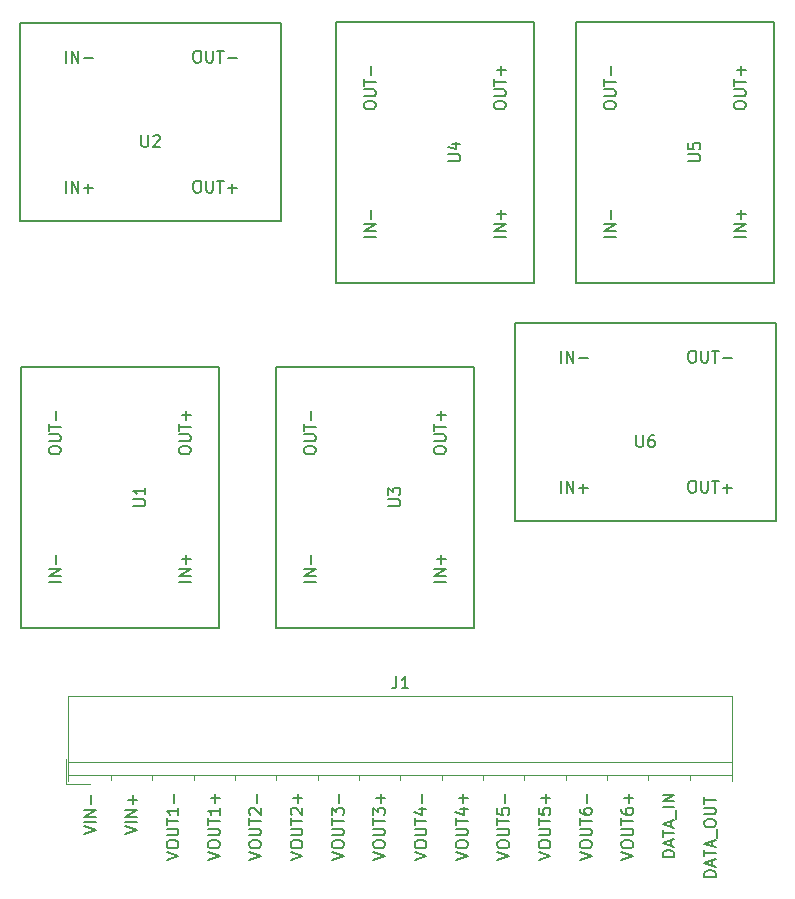
<source format=gto>
%TF.GenerationSoftware,KiCad,Pcbnew,4.0.1-stable*%
%TF.CreationDate,2017-10-10T15:11:44-05:00*%
%TF.ProjectId,PowerBox,506F776572426F782E6B696361645F70,rev?*%
%TF.FileFunction,Legend,Top*%
%FSLAX46Y46*%
G04 Gerber Fmt 4.6, Leading zero omitted, Abs format (unit mm)*
G04 Created by KiCad (PCBNEW 4.0.1-stable) date 10/10/2017 3:11:44 PM*
%MOMM*%
G01*
G04 APERTURE LIST*
%ADD10C,0.100000*%
%ADD11C,0.120000*%
%ADD12C,0.150000*%
G04 APERTURE END LIST*
D10*
D11*
X108640000Y-116400000D02*
X164840000Y-116400000D01*
X108640000Y-117500000D02*
X164840000Y-117500000D01*
X108640000Y-118000000D02*
X108640000Y-110800000D01*
X108640000Y-110800000D02*
X164840000Y-110800000D01*
X164840000Y-110800000D02*
X164840000Y-118000000D01*
X112240000Y-117500000D02*
X112240000Y-117900000D01*
X115740000Y-117500000D02*
X115740000Y-117900000D01*
X119240000Y-117500000D02*
X119240000Y-117900000D01*
X122740000Y-117500000D02*
X122740000Y-117900000D01*
X126240000Y-117500000D02*
X126240000Y-117900000D01*
X129740000Y-117500000D02*
X129740000Y-117900000D01*
X133240000Y-117500000D02*
X133240000Y-117900000D01*
X136740000Y-117500000D02*
X136740000Y-117900000D01*
X140240000Y-117500000D02*
X140240000Y-117900000D01*
X143740000Y-117500000D02*
X143740000Y-117900000D01*
X147240000Y-117500000D02*
X147240000Y-117900000D01*
X150740000Y-117500000D02*
X150740000Y-117900000D01*
X154240000Y-117500000D02*
X154240000Y-117900000D01*
X157740000Y-117500000D02*
X157740000Y-117900000D01*
X161240000Y-117500000D02*
X161240000Y-117900000D01*
X108400000Y-116150000D02*
X108400000Y-118240000D01*
X108400000Y-118240000D02*
X110490000Y-118240000D01*
D12*
X104648000Y-82931000D02*
X121412000Y-82931000D01*
X121412000Y-82931000D02*
X121412000Y-105029000D01*
X121412000Y-105029000D02*
X104648000Y-105029000D01*
X104648000Y-105029000D02*
X104648000Y-82931000D01*
X126619000Y-53848000D02*
X126619000Y-70612000D01*
X126619000Y-70612000D02*
X104521000Y-70612000D01*
X104521000Y-70612000D02*
X104521000Y-53848000D01*
X104521000Y-53848000D02*
X126619000Y-53848000D01*
X126238000Y-82931000D02*
X143002000Y-82931000D01*
X143002000Y-82931000D02*
X143002000Y-105029000D01*
X143002000Y-105029000D02*
X126238000Y-105029000D01*
X126238000Y-105029000D02*
X126238000Y-82931000D01*
X131318000Y-53721000D02*
X148082000Y-53721000D01*
X148082000Y-53721000D02*
X148082000Y-75819000D01*
X148082000Y-75819000D02*
X131318000Y-75819000D01*
X131318000Y-75819000D02*
X131318000Y-53721000D01*
X151638000Y-53721000D02*
X168402000Y-53721000D01*
X168402000Y-53721000D02*
X168402000Y-75819000D01*
X168402000Y-75819000D02*
X151638000Y-75819000D01*
X151638000Y-75819000D02*
X151638000Y-53721000D01*
X168529000Y-79248000D02*
X168529000Y-96012000D01*
X168529000Y-96012000D02*
X146431000Y-96012000D01*
X146431000Y-96012000D02*
X146431000Y-79248000D01*
X146431000Y-79248000D02*
X168529000Y-79248000D01*
X136406667Y-109152381D02*
X136406667Y-109866667D01*
X136359047Y-110009524D01*
X136263809Y-110104762D01*
X136120952Y-110152381D01*
X136025714Y-110152381D01*
X137406667Y-110152381D02*
X136835238Y-110152381D01*
X137120952Y-110152381D02*
X137120952Y-109152381D01*
X137025714Y-109295238D01*
X136930476Y-109390476D01*
X136835238Y-109438095D01*
X148442381Y-124657143D02*
X149442381Y-124323810D01*
X148442381Y-123990476D01*
X148442381Y-123466667D02*
X148442381Y-123276190D01*
X148490000Y-123180952D01*
X148585238Y-123085714D01*
X148775714Y-123038095D01*
X149109048Y-123038095D01*
X149299524Y-123085714D01*
X149394762Y-123180952D01*
X149442381Y-123276190D01*
X149442381Y-123466667D01*
X149394762Y-123561905D01*
X149299524Y-123657143D01*
X149109048Y-123704762D01*
X148775714Y-123704762D01*
X148585238Y-123657143D01*
X148490000Y-123561905D01*
X148442381Y-123466667D01*
X148442381Y-122609524D02*
X149251905Y-122609524D01*
X149347143Y-122561905D01*
X149394762Y-122514286D01*
X149442381Y-122419048D01*
X149442381Y-122228571D01*
X149394762Y-122133333D01*
X149347143Y-122085714D01*
X149251905Y-122038095D01*
X148442381Y-122038095D01*
X148442381Y-121704762D02*
X148442381Y-121133333D01*
X149442381Y-121419048D02*
X148442381Y-121419048D01*
X148442381Y-120323809D02*
X148442381Y-120800000D01*
X148918571Y-120847619D01*
X148870952Y-120800000D01*
X148823333Y-120704762D01*
X148823333Y-120466666D01*
X148870952Y-120371428D01*
X148918571Y-120323809D01*
X149013810Y-120276190D01*
X149251905Y-120276190D01*
X149347143Y-120323809D01*
X149394762Y-120371428D01*
X149442381Y-120466666D01*
X149442381Y-120704762D01*
X149394762Y-120800000D01*
X149347143Y-120847619D01*
X149061429Y-119847619D02*
X149061429Y-119085714D01*
X149442381Y-119466666D02*
X148680476Y-119466666D01*
X144942381Y-124657143D02*
X145942381Y-124323810D01*
X144942381Y-123990476D01*
X144942381Y-123466667D02*
X144942381Y-123276190D01*
X144990000Y-123180952D01*
X145085238Y-123085714D01*
X145275714Y-123038095D01*
X145609048Y-123038095D01*
X145799524Y-123085714D01*
X145894762Y-123180952D01*
X145942381Y-123276190D01*
X145942381Y-123466667D01*
X145894762Y-123561905D01*
X145799524Y-123657143D01*
X145609048Y-123704762D01*
X145275714Y-123704762D01*
X145085238Y-123657143D01*
X144990000Y-123561905D01*
X144942381Y-123466667D01*
X144942381Y-122609524D02*
X145751905Y-122609524D01*
X145847143Y-122561905D01*
X145894762Y-122514286D01*
X145942381Y-122419048D01*
X145942381Y-122228571D01*
X145894762Y-122133333D01*
X145847143Y-122085714D01*
X145751905Y-122038095D01*
X144942381Y-122038095D01*
X144942381Y-121704762D02*
X144942381Y-121133333D01*
X145942381Y-121419048D02*
X144942381Y-121419048D01*
X144942381Y-120323809D02*
X144942381Y-120800000D01*
X145418571Y-120847619D01*
X145370952Y-120800000D01*
X145323333Y-120704762D01*
X145323333Y-120466666D01*
X145370952Y-120371428D01*
X145418571Y-120323809D01*
X145513810Y-120276190D01*
X145751905Y-120276190D01*
X145847143Y-120323809D01*
X145894762Y-120371428D01*
X145942381Y-120466666D01*
X145942381Y-120704762D01*
X145894762Y-120800000D01*
X145847143Y-120847619D01*
X145561429Y-119847619D02*
X145561429Y-119085714D01*
X151942381Y-124657143D02*
X152942381Y-124323810D01*
X151942381Y-123990476D01*
X151942381Y-123466667D02*
X151942381Y-123276190D01*
X151990000Y-123180952D01*
X152085238Y-123085714D01*
X152275714Y-123038095D01*
X152609048Y-123038095D01*
X152799524Y-123085714D01*
X152894762Y-123180952D01*
X152942381Y-123276190D01*
X152942381Y-123466667D01*
X152894762Y-123561905D01*
X152799524Y-123657143D01*
X152609048Y-123704762D01*
X152275714Y-123704762D01*
X152085238Y-123657143D01*
X151990000Y-123561905D01*
X151942381Y-123466667D01*
X151942381Y-122609524D02*
X152751905Y-122609524D01*
X152847143Y-122561905D01*
X152894762Y-122514286D01*
X152942381Y-122419048D01*
X152942381Y-122228571D01*
X152894762Y-122133333D01*
X152847143Y-122085714D01*
X152751905Y-122038095D01*
X151942381Y-122038095D01*
X151942381Y-121704762D02*
X151942381Y-121133333D01*
X152942381Y-121419048D02*
X151942381Y-121419048D01*
X151942381Y-120371428D02*
X151942381Y-120561905D01*
X151990000Y-120657143D01*
X152037619Y-120704762D01*
X152180476Y-120800000D01*
X152370952Y-120847619D01*
X152751905Y-120847619D01*
X152847143Y-120800000D01*
X152894762Y-120752381D01*
X152942381Y-120657143D01*
X152942381Y-120466666D01*
X152894762Y-120371428D01*
X152847143Y-120323809D01*
X152751905Y-120276190D01*
X152513810Y-120276190D01*
X152418571Y-120323809D01*
X152370952Y-120371428D01*
X152323333Y-120466666D01*
X152323333Y-120657143D01*
X152370952Y-120752381D01*
X152418571Y-120800000D01*
X152513810Y-120847619D01*
X152561429Y-119847619D02*
X152561429Y-119085714D01*
X155442381Y-124657143D02*
X156442381Y-124323810D01*
X155442381Y-123990476D01*
X155442381Y-123466667D02*
X155442381Y-123276190D01*
X155490000Y-123180952D01*
X155585238Y-123085714D01*
X155775714Y-123038095D01*
X156109048Y-123038095D01*
X156299524Y-123085714D01*
X156394762Y-123180952D01*
X156442381Y-123276190D01*
X156442381Y-123466667D01*
X156394762Y-123561905D01*
X156299524Y-123657143D01*
X156109048Y-123704762D01*
X155775714Y-123704762D01*
X155585238Y-123657143D01*
X155490000Y-123561905D01*
X155442381Y-123466667D01*
X155442381Y-122609524D02*
X156251905Y-122609524D01*
X156347143Y-122561905D01*
X156394762Y-122514286D01*
X156442381Y-122419048D01*
X156442381Y-122228571D01*
X156394762Y-122133333D01*
X156347143Y-122085714D01*
X156251905Y-122038095D01*
X155442381Y-122038095D01*
X155442381Y-121704762D02*
X155442381Y-121133333D01*
X156442381Y-121419048D02*
X155442381Y-121419048D01*
X155442381Y-120371428D02*
X155442381Y-120561905D01*
X155490000Y-120657143D01*
X155537619Y-120704762D01*
X155680476Y-120800000D01*
X155870952Y-120847619D01*
X156251905Y-120847619D01*
X156347143Y-120800000D01*
X156394762Y-120752381D01*
X156442381Y-120657143D01*
X156442381Y-120466666D01*
X156394762Y-120371428D01*
X156347143Y-120323809D01*
X156251905Y-120276190D01*
X156013810Y-120276190D01*
X155918571Y-120323809D01*
X155870952Y-120371428D01*
X155823333Y-120466666D01*
X155823333Y-120657143D01*
X155870952Y-120752381D01*
X155918571Y-120800000D01*
X156013810Y-120847619D01*
X156061429Y-119847619D02*
X156061429Y-119085714D01*
X156442381Y-119466666D02*
X155680476Y-119466666D01*
X159942381Y-124442857D02*
X158942381Y-124442857D01*
X158942381Y-124204762D01*
X158990000Y-124061904D01*
X159085238Y-123966666D01*
X159180476Y-123919047D01*
X159370952Y-123871428D01*
X159513810Y-123871428D01*
X159704286Y-123919047D01*
X159799524Y-123966666D01*
X159894762Y-124061904D01*
X159942381Y-124204762D01*
X159942381Y-124442857D01*
X159656667Y-123490476D02*
X159656667Y-123014285D01*
X159942381Y-123585714D02*
X158942381Y-123252381D01*
X159942381Y-122919047D01*
X158942381Y-122728571D02*
X158942381Y-122157142D01*
X159942381Y-122442857D02*
X158942381Y-122442857D01*
X159656667Y-121871428D02*
X159656667Y-121395237D01*
X159942381Y-121966666D02*
X158942381Y-121633333D01*
X159942381Y-121299999D01*
X160037619Y-121204761D02*
X160037619Y-120442856D01*
X159942381Y-120204761D02*
X158942381Y-120204761D01*
X159942381Y-119728571D02*
X158942381Y-119728571D01*
X159942381Y-119157142D01*
X158942381Y-119157142D01*
X163442381Y-126109524D02*
X162442381Y-126109524D01*
X162442381Y-125871429D01*
X162490000Y-125728571D01*
X162585238Y-125633333D01*
X162680476Y-125585714D01*
X162870952Y-125538095D01*
X163013810Y-125538095D01*
X163204286Y-125585714D01*
X163299524Y-125633333D01*
X163394762Y-125728571D01*
X163442381Y-125871429D01*
X163442381Y-126109524D01*
X163156667Y-125157143D02*
X163156667Y-124680952D01*
X163442381Y-125252381D02*
X162442381Y-124919048D01*
X163442381Y-124585714D01*
X162442381Y-124395238D02*
X162442381Y-123823809D01*
X163442381Y-124109524D02*
X162442381Y-124109524D01*
X163156667Y-123538095D02*
X163156667Y-123061904D01*
X163442381Y-123633333D02*
X162442381Y-123300000D01*
X163442381Y-122966666D01*
X163537619Y-122871428D02*
X163537619Y-122109523D01*
X162442381Y-121680952D02*
X162442381Y-121490475D01*
X162490000Y-121395237D01*
X162585238Y-121299999D01*
X162775714Y-121252380D01*
X163109048Y-121252380D01*
X163299524Y-121299999D01*
X163394762Y-121395237D01*
X163442381Y-121490475D01*
X163442381Y-121680952D01*
X163394762Y-121776190D01*
X163299524Y-121871428D01*
X163109048Y-121919047D01*
X162775714Y-121919047D01*
X162585238Y-121871428D01*
X162490000Y-121776190D01*
X162442381Y-121680952D01*
X162442381Y-120823809D02*
X163251905Y-120823809D01*
X163347143Y-120776190D01*
X163394762Y-120728571D01*
X163442381Y-120633333D01*
X163442381Y-120442856D01*
X163394762Y-120347618D01*
X163347143Y-120299999D01*
X163251905Y-120252380D01*
X162442381Y-120252380D01*
X162442381Y-119919047D02*
X162442381Y-119347618D01*
X163442381Y-119633333D02*
X162442381Y-119633333D01*
X134442381Y-124657143D02*
X135442381Y-124323810D01*
X134442381Y-123990476D01*
X134442381Y-123466667D02*
X134442381Y-123276190D01*
X134490000Y-123180952D01*
X134585238Y-123085714D01*
X134775714Y-123038095D01*
X135109048Y-123038095D01*
X135299524Y-123085714D01*
X135394762Y-123180952D01*
X135442381Y-123276190D01*
X135442381Y-123466667D01*
X135394762Y-123561905D01*
X135299524Y-123657143D01*
X135109048Y-123704762D01*
X134775714Y-123704762D01*
X134585238Y-123657143D01*
X134490000Y-123561905D01*
X134442381Y-123466667D01*
X134442381Y-122609524D02*
X135251905Y-122609524D01*
X135347143Y-122561905D01*
X135394762Y-122514286D01*
X135442381Y-122419048D01*
X135442381Y-122228571D01*
X135394762Y-122133333D01*
X135347143Y-122085714D01*
X135251905Y-122038095D01*
X134442381Y-122038095D01*
X134442381Y-121704762D02*
X134442381Y-121133333D01*
X135442381Y-121419048D02*
X134442381Y-121419048D01*
X134442381Y-120895238D02*
X134442381Y-120276190D01*
X134823333Y-120609524D01*
X134823333Y-120466666D01*
X134870952Y-120371428D01*
X134918571Y-120323809D01*
X135013810Y-120276190D01*
X135251905Y-120276190D01*
X135347143Y-120323809D01*
X135394762Y-120371428D01*
X135442381Y-120466666D01*
X135442381Y-120752381D01*
X135394762Y-120847619D01*
X135347143Y-120895238D01*
X135061429Y-119847619D02*
X135061429Y-119085714D01*
X135442381Y-119466666D02*
X134680476Y-119466666D01*
X130942381Y-124657143D02*
X131942381Y-124323810D01*
X130942381Y-123990476D01*
X130942381Y-123466667D02*
X130942381Y-123276190D01*
X130990000Y-123180952D01*
X131085238Y-123085714D01*
X131275714Y-123038095D01*
X131609048Y-123038095D01*
X131799524Y-123085714D01*
X131894762Y-123180952D01*
X131942381Y-123276190D01*
X131942381Y-123466667D01*
X131894762Y-123561905D01*
X131799524Y-123657143D01*
X131609048Y-123704762D01*
X131275714Y-123704762D01*
X131085238Y-123657143D01*
X130990000Y-123561905D01*
X130942381Y-123466667D01*
X130942381Y-122609524D02*
X131751905Y-122609524D01*
X131847143Y-122561905D01*
X131894762Y-122514286D01*
X131942381Y-122419048D01*
X131942381Y-122228571D01*
X131894762Y-122133333D01*
X131847143Y-122085714D01*
X131751905Y-122038095D01*
X130942381Y-122038095D01*
X130942381Y-121704762D02*
X130942381Y-121133333D01*
X131942381Y-121419048D02*
X130942381Y-121419048D01*
X130942381Y-120895238D02*
X130942381Y-120276190D01*
X131323333Y-120609524D01*
X131323333Y-120466666D01*
X131370952Y-120371428D01*
X131418571Y-120323809D01*
X131513810Y-120276190D01*
X131751905Y-120276190D01*
X131847143Y-120323809D01*
X131894762Y-120371428D01*
X131942381Y-120466666D01*
X131942381Y-120752381D01*
X131894762Y-120847619D01*
X131847143Y-120895238D01*
X131561429Y-119847619D02*
X131561429Y-119085714D01*
X137942381Y-124657143D02*
X138942381Y-124323810D01*
X137942381Y-123990476D01*
X137942381Y-123466667D02*
X137942381Y-123276190D01*
X137990000Y-123180952D01*
X138085238Y-123085714D01*
X138275714Y-123038095D01*
X138609048Y-123038095D01*
X138799524Y-123085714D01*
X138894762Y-123180952D01*
X138942381Y-123276190D01*
X138942381Y-123466667D01*
X138894762Y-123561905D01*
X138799524Y-123657143D01*
X138609048Y-123704762D01*
X138275714Y-123704762D01*
X138085238Y-123657143D01*
X137990000Y-123561905D01*
X137942381Y-123466667D01*
X137942381Y-122609524D02*
X138751905Y-122609524D01*
X138847143Y-122561905D01*
X138894762Y-122514286D01*
X138942381Y-122419048D01*
X138942381Y-122228571D01*
X138894762Y-122133333D01*
X138847143Y-122085714D01*
X138751905Y-122038095D01*
X137942381Y-122038095D01*
X137942381Y-121704762D02*
X137942381Y-121133333D01*
X138942381Y-121419048D02*
X137942381Y-121419048D01*
X138275714Y-120371428D02*
X138942381Y-120371428D01*
X137894762Y-120609524D02*
X138609048Y-120847619D01*
X138609048Y-120228571D01*
X138561429Y-119847619D02*
X138561429Y-119085714D01*
X141442381Y-124657143D02*
X142442381Y-124323810D01*
X141442381Y-123990476D01*
X141442381Y-123466667D02*
X141442381Y-123276190D01*
X141490000Y-123180952D01*
X141585238Y-123085714D01*
X141775714Y-123038095D01*
X142109048Y-123038095D01*
X142299524Y-123085714D01*
X142394762Y-123180952D01*
X142442381Y-123276190D01*
X142442381Y-123466667D01*
X142394762Y-123561905D01*
X142299524Y-123657143D01*
X142109048Y-123704762D01*
X141775714Y-123704762D01*
X141585238Y-123657143D01*
X141490000Y-123561905D01*
X141442381Y-123466667D01*
X141442381Y-122609524D02*
X142251905Y-122609524D01*
X142347143Y-122561905D01*
X142394762Y-122514286D01*
X142442381Y-122419048D01*
X142442381Y-122228571D01*
X142394762Y-122133333D01*
X142347143Y-122085714D01*
X142251905Y-122038095D01*
X141442381Y-122038095D01*
X141442381Y-121704762D02*
X141442381Y-121133333D01*
X142442381Y-121419048D02*
X141442381Y-121419048D01*
X141775714Y-120371428D02*
X142442381Y-120371428D01*
X141394762Y-120609524D02*
X142109048Y-120847619D01*
X142109048Y-120228571D01*
X142061429Y-119847619D02*
X142061429Y-119085714D01*
X142442381Y-119466666D02*
X141680476Y-119466666D01*
X127442381Y-124657143D02*
X128442381Y-124323810D01*
X127442381Y-123990476D01*
X127442381Y-123466667D02*
X127442381Y-123276190D01*
X127490000Y-123180952D01*
X127585238Y-123085714D01*
X127775714Y-123038095D01*
X128109048Y-123038095D01*
X128299524Y-123085714D01*
X128394762Y-123180952D01*
X128442381Y-123276190D01*
X128442381Y-123466667D01*
X128394762Y-123561905D01*
X128299524Y-123657143D01*
X128109048Y-123704762D01*
X127775714Y-123704762D01*
X127585238Y-123657143D01*
X127490000Y-123561905D01*
X127442381Y-123466667D01*
X127442381Y-122609524D02*
X128251905Y-122609524D01*
X128347143Y-122561905D01*
X128394762Y-122514286D01*
X128442381Y-122419048D01*
X128442381Y-122228571D01*
X128394762Y-122133333D01*
X128347143Y-122085714D01*
X128251905Y-122038095D01*
X127442381Y-122038095D01*
X127442381Y-121704762D02*
X127442381Y-121133333D01*
X128442381Y-121419048D02*
X127442381Y-121419048D01*
X127537619Y-120847619D02*
X127490000Y-120800000D01*
X127442381Y-120704762D01*
X127442381Y-120466666D01*
X127490000Y-120371428D01*
X127537619Y-120323809D01*
X127632857Y-120276190D01*
X127728095Y-120276190D01*
X127870952Y-120323809D01*
X128442381Y-120895238D01*
X128442381Y-120276190D01*
X128061429Y-119847619D02*
X128061429Y-119085714D01*
X128442381Y-119466666D02*
X127680476Y-119466666D01*
X123942381Y-124657143D02*
X124942381Y-124323810D01*
X123942381Y-123990476D01*
X123942381Y-123466667D02*
X123942381Y-123276190D01*
X123990000Y-123180952D01*
X124085238Y-123085714D01*
X124275714Y-123038095D01*
X124609048Y-123038095D01*
X124799524Y-123085714D01*
X124894762Y-123180952D01*
X124942381Y-123276190D01*
X124942381Y-123466667D01*
X124894762Y-123561905D01*
X124799524Y-123657143D01*
X124609048Y-123704762D01*
X124275714Y-123704762D01*
X124085238Y-123657143D01*
X123990000Y-123561905D01*
X123942381Y-123466667D01*
X123942381Y-122609524D02*
X124751905Y-122609524D01*
X124847143Y-122561905D01*
X124894762Y-122514286D01*
X124942381Y-122419048D01*
X124942381Y-122228571D01*
X124894762Y-122133333D01*
X124847143Y-122085714D01*
X124751905Y-122038095D01*
X123942381Y-122038095D01*
X123942381Y-121704762D02*
X123942381Y-121133333D01*
X124942381Y-121419048D02*
X123942381Y-121419048D01*
X124037619Y-120847619D02*
X123990000Y-120800000D01*
X123942381Y-120704762D01*
X123942381Y-120466666D01*
X123990000Y-120371428D01*
X124037619Y-120323809D01*
X124132857Y-120276190D01*
X124228095Y-120276190D01*
X124370952Y-120323809D01*
X124942381Y-120895238D01*
X124942381Y-120276190D01*
X124561429Y-119847619D02*
X124561429Y-119085714D01*
X116942381Y-124657143D02*
X117942381Y-124323810D01*
X116942381Y-123990476D01*
X116942381Y-123466667D02*
X116942381Y-123276190D01*
X116990000Y-123180952D01*
X117085238Y-123085714D01*
X117275714Y-123038095D01*
X117609048Y-123038095D01*
X117799524Y-123085714D01*
X117894762Y-123180952D01*
X117942381Y-123276190D01*
X117942381Y-123466667D01*
X117894762Y-123561905D01*
X117799524Y-123657143D01*
X117609048Y-123704762D01*
X117275714Y-123704762D01*
X117085238Y-123657143D01*
X116990000Y-123561905D01*
X116942381Y-123466667D01*
X116942381Y-122609524D02*
X117751905Y-122609524D01*
X117847143Y-122561905D01*
X117894762Y-122514286D01*
X117942381Y-122419048D01*
X117942381Y-122228571D01*
X117894762Y-122133333D01*
X117847143Y-122085714D01*
X117751905Y-122038095D01*
X116942381Y-122038095D01*
X116942381Y-121704762D02*
X116942381Y-121133333D01*
X117942381Y-121419048D02*
X116942381Y-121419048D01*
X117942381Y-120276190D02*
X117942381Y-120847619D01*
X117942381Y-120561905D02*
X116942381Y-120561905D01*
X117085238Y-120657143D01*
X117180476Y-120752381D01*
X117228095Y-120847619D01*
X117561429Y-119847619D02*
X117561429Y-119085714D01*
X120442381Y-124657143D02*
X121442381Y-124323810D01*
X120442381Y-123990476D01*
X120442381Y-123466667D02*
X120442381Y-123276190D01*
X120490000Y-123180952D01*
X120585238Y-123085714D01*
X120775714Y-123038095D01*
X121109048Y-123038095D01*
X121299524Y-123085714D01*
X121394762Y-123180952D01*
X121442381Y-123276190D01*
X121442381Y-123466667D01*
X121394762Y-123561905D01*
X121299524Y-123657143D01*
X121109048Y-123704762D01*
X120775714Y-123704762D01*
X120585238Y-123657143D01*
X120490000Y-123561905D01*
X120442381Y-123466667D01*
X120442381Y-122609524D02*
X121251905Y-122609524D01*
X121347143Y-122561905D01*
X121394762Y-122514286D01*
X121442381Y-122419048D01*
X121442381Y-122228571D01*
X121394762Y-122133333D01*
X121347143Y-122085714D01*
X121251905Y-122038095D01*
X120442381Y-122038095D01*
X120442381Y-121704762D02*
X120442381Y-121133333D01*
X121442381Y-121419048D02*
X120442381Y-121419048D01*
X121442381Y-120276190D02*
X121442381Y-120847619D01*
X121442381Y-120561905D02*
X120442381Y-120561905D01*
X120585238Y-120657143D01*
X120680476Y-120752381D01*
X120728095Y-120847619D01*
X121061429Y-119847619D02*
X121061429Y-119085714D01*
X121442381Y-119466666D02*
X120680476Y-119466666D01*
X113442381Y-122514285D02*
X114442381Y-122180952D01*
X113442381Y-121847618D01*
X114442381Y-121514285D02*
X113442381Y-121514285D01*
X114442381Y-121038095D02*
X113442381Y-121038095D01*
X114442381Y-120466666D01*
X113442381Y-120466666D01*
X114061429Y-119990476D02*
X114061429Y-119228571D01*
X114442381Y-119609523D02*
X113680476Y-119609523D01*
X109942381Y-122514285D02*
X110942381Y-122180952D01*
X109942381Y-121847618D01*
X110942381Y-121514285D02*
X109942381Y-121514285D01*
X110942381Y-121038095D02*
X109942381Y-121038095D01*
X110942381Y-120466666D01*
X109942381Y-120466666D01*
X110561429Y-119990476D02*
X110561429Y-119228571D01*
X114133381Y-94741905D02*
X114942905Y-94741905D01*
X115038143Y-94694286D01*
X115085762Y-94646667D01*
X115133381Y-94551429D01*
X115133381Y-94360952D01*
X115085762Y-94265714D01*
X115038143Y-94218095D01*
X114942905Y-94170476D01*
X114133381Y-94170476D01*
X115133381Y-93170476D02*
X115133381Y-93741905D01*
X115133381Y-93456191D02*
X114133381Y-93456191D01*
X114276238Y-93551429D01*
X114371476Y-93646667D01*
X114419095Y-93741905D01*
X117982381Y-90099048D02*
X117982381Y-89908571D01*
X118030000Y-89813333D01*
X118125238Y-89718095D01*
X118315714Y-89670476D01*
X118649048Y-89670476D01*
X118839524Y-89718095D01*
X118934762Y-89813333D01*
X118982381Y-89908571D01*
X118982381Y-90099048D01*
X118934762Y-90194286D01*
X118839524Y-90289524D01*
X118649048Y-90337143D01*
X118315714Y-90337143D01*
X118125238Y-90289524D01*
X118030000Y-90194286D01*
X117982381Y-90099048D01*
X117982381Y-89241905D02*
X118791905Y-89241905D01*
X118887143Y-89194286D01*
X118934762Y-89146667D01*
X118982381Y-89051429D01*
X118982381Y-88860952D01*
X118934762Y-88765714D01*
X118887143Y-88718095D01*
X118791905Y-88670476D01*
X117982381Y-88670476D01*
X117982381Y-88337143D02*
X117982381Y-87765714D01*
X118982381Y-88051429D02*
X117982381Y-88051429D01*
X118601429Y-87432381D02*
X118601429Y-86670476D01*
X118982381Y-87051428D02*
X118220476Y-87051428D01*
X106982381Y-90099048D02*
X106982381Y-89908571D01*
X107030000Y-89813333D01*
X107125238Y-89718095D01*
X107315714Y-89670476D01*
X107649048Y-89670476D01*
X107839524Y-89718095D01*
X107934762Y-89813333D01*
X107982381Y-89908571D01*
X107982381Y-90099048D01*
X107934762Y-90194286D01*
X107839524Y-90289524D01*
X107649048Y-90337143D01*
X107315714Y-90337143D01*
X107125238Y-90289524D01*
X107030000Y-90194286D01*
X106982381Y-90099048D01*
X106982381Y-89241905D02*
X107791905Y-89241905D01*
X107887143Y-89194286D01*
X107934762Y-89146667D01*
X107982381Y-89051429D01*
X107982381Y-88860952D01*
X107934762Y-88765714D01*
X107887143Y-88718095D01*
X107791905Y-88670476D01*
X106982381Y-88670476D01*
X106982381Y-88337143D02*
X106982381Y-87765714D01*
X107982381Y-88051429D02*
X106982381Y-88051429D01*
X107601429Y-87432381D02*
X107601429Y-86670476D01*
X107982381Y-101122857D02*
X106982381Y-101122857D01*
X107982381Y-100646667D02*
X106982381Y-100646667D01*
X107982381Y-100075238D01*
X106982381Y-100075238D01*
X107601429Y-99599048D02*
X107601429Y-98837143D01*
X118982381Y-101122857D02*
X117982381Y-101122857D01*
X118982381Y-100646667D02*
X117982381Y-100646667D01*
X118982381Y-100075238D01*
X117982381Y-100075238D01*
X118601429Y-99599048D02*
X118601429Y-98837143D01*
X118982381Y-99218095D02*
X118220476Y-99218095D01*
X114808095Y-63333381D02*
X114808095Y-64142905D01*
X114855714Y-64238143D01*
X114903333Y-64285762D01*
X114998571Y-64333381D01*
X115189048Y-64333381D01*
X115284286Y-64285762D01*
X115331905Y-64238143D01*
X115379524Y-64142905D01*
X115379524Y-63333381D01*
X115808095Y-63428619D02*
X115855714Y-63381000D01*
X115950952Y-63333381D01*
X116189048Y-63333381D01*
X116284286Y-63381000D01*
X116331905Y-63428619D01*
X116379524Y-63523857D01*
X116379524Y-63619095D01*
X116331905Y-63761952D01*
X115760476Y-64333381D01*
X116379524Y-64333381D01*
X119450952Y-67182381D02*
X119641429Y-67182381D01*
X119736667Y-67230000D01*
X119831905Y-67325238D01*
X119879524Y-67515714D01*
X119879524Y-67849048D01*
X119831905Y-68039524D01*
X119736667Y-68134762D01*
X119641429Y-68182381D01*
X119450952Y-68182381D01*
X119355714Y-68134762D01*
X119260476Y-68039524D01*
X119212857Y-67849048D01*
X119212857Y-67515714D01*
X119260476Y-67325238D01*
X119355714Y-67230000D01*
X119450952Y-67182381D01*
X120308095Y-67182381D02*
X120308095Y-67991905D01*
X120355714Y-68087143D01*
X120403333Y-68134762D01*
X120498571Y-68182381D01*
X120689048Y-68182381D01*
X120784286Y-68134762D01*
X120831905Y-68087143D01*
X120879524Y-67991905D01*
X120879524Y-67182381D01*
X121212857Y-67182381D02*
X121784286Y-67182381D01*
X121498571Y-68182381D02*
X121498571Y-67182381D01*
X122117619Y-67801429D02*
X122879524Y-67801429D01*
X122498572Y-68182381D02*
X122498572Y-67420476D01*
X119450952Y-56182381D02*
X119641429Y-56182381D01*
X119736667Y-56230000D01*
X119831905Y-56325238D01*
X119879524Y-56515714D01*
X119879524Y-56849048D01*
X119831905Y-57039524D01*
X119736667Y-57134762D01*
X119641429Y-57182381D01*
X119450952Y-57182381D01*
X119355714Y-57134762D01*
X119260476Y-57039524D01*
X119212857Y-56849048D01*
X119212857Y-56515714D01*
X119260476Y-56325238D01*
X119355714Y-56230000D01*
X119450952Y-56182381D01*
X120308095Y-56182381D02*
X120308095Y-56991905D01*
X120355714Y-57087143D01*
X120403333Y-57134762D01*
X120498571Y-57182381D01*
X120689048Y-57182381D01*
X120784286Y-57134762D01*
X120831905Y-57087143D01*
X120879524Y-56991905D01*
X120879524Y-56182381D01*
X121212857Y-56182381D02*
X121784286Y-56182381D01*
X121498571Y-57182381D02*
X121498571Y-56182381D01*
X122117619Y-56801429D02*
X122879524Y-56801429D01*
X108427143Y-57182381D02*
X108427143Y-56182381D01*
X108903333Y-57182381D02*
X108903333Y-56182381D01*
X109474762Y-57182381D01*
X109474762Y-56182381D01*
X109950952Y-56801429D02*
X110712857Y-56801429D01*
X108427143Y-68182381D02*
X108427143Y-67182381D01*
X108903333Y-68182381D02*
X108903333Y-67182381D01*
X109474762Y-68182381D01*
X109474762Y-67182381D01*
X109950952Y-67801429D02*
X110712857Y-67801429D01*
X110331905Y-68182381D02*
X110331905Y-67420476D01*
X135723381Y-94741905D02*
X136532905Y-94741905D01*
X136628143Y-94694286D01*
X136675762Y-94646667D01*
X136723381Y-94551429D01*
X136723381Y-94360952D01*
X136675762Y-94265714D01*
X136628143Y-94218095D01*
X136532905Y-94170476D01*
X135723381Y-94170476D01*
X135723381Y-93789524D02*
X135723381Y-93170476D01*
X136104333Y-93503810D01*
X136104333Y-93360952D01*
X136151952Y-93265714D01*
X136199571Y-93218095D01*
X136294810Y-93170476D01*
X136532905Y-93170476D01*
X136628143Y-93218095D01*
X136675762Y-93265714D01*
X136723381Y-93360952D01*
X136723381Y-93646667D01*
X136675762Y-93741905D01*
X136628143Y-93789524D01*
X139572381Y-90099048D02*
X139572381Y-89908571D01*
X139620000Y-89813333D01*
X139715238Y-89718095D01*
X139905714Y-89670476D01*
X140239048Y-89670476D01*
X140429524Y-89718095D01*
X140524762Y-89813333D01*
X140572381Y-89908571D01*
X140572381Y-90099048D01*
X140524762Y-90194286D01*
X140429524Y-90289524D01*
X140239048Y-90337143D01*
X139905714Y-90337143D01*
X139715238Y-90289524D01*
X139620000Y-90194286D01*
X139572381Y-90099048D01*
X139572381Y-89241905D02*
X140381905Y-89241905D01*
X140477143Y-89194286D01*
X140524762Y-89146667D01*
X140572381Y-89051429D01*
X140572381Y-88860952D01*
X140524762Y-88765714D01*
X140477143Y-88718095D01*
X140381905Y-88670476D01*
X139572381Y-88670476D01*
X139572381Y-88337143D02*
X139572381Y-87765714D01*
X140572381Y-88051429D02*
X139572381Y-88051429D01*
X140191429Y-87432381D02*
X140191429Y-86670476D01*
X140572381Y-87051428D02*
X139810476Y-87051428D01*
X128572381Y-90099048D02*
X128572381Y-89908571D01*
X128620000Y-89813333D01*
X128715238Y-89718095D01*
X128905714Y-89670476D01*
X129239048Y-89670476D01*
X129429524Y-89718095D01*
X129524762Y-89813333D01*
X129572381Y-89908571D01*
X129572381Y-90099048D01*
X129524762Y-90194286D01*
X129429524Y-90289524D01*
X129239048Y-90337143D01*
X128905714Y-90337143D01*
X128715238Y-90289524D01*
X128620000Y-90194286D01*
X128572381Y-90099048D01*
X128572381Y-89241905D02*
X129381905Y-89241905D01*
X129477143Y-89194286D01*
X129524762Y-89146667D01*
X129572381Y-89051429D01*
X129572381Y-88860952D01*
X129524762Y-88765714D01*
X129477143Y-88718095D01*
X129381905Y-88670476D01*
X128572381Y-88670476D01*
X128572381Y-88337143D02*
X128572381Y-87765714D01*
X129572381Y-88051429D02*
X128572381Y-88051429D01*
X129191429Y-87432381D02*
X129191429Y-86670476D01*
X129572381Y-101122857D02*
X128572381Y-101122857D01*
X129572381Y-100646667D02*
X128572381Y-100646667D01*
X129572381Y-100075238D01*
X128572381Y-100075238D01*
X129191429Y-99599048D02*
X129191429Y-98837143D01*
X140572381Y-101122857D02*
X139572381Y-101122857D01*
X140572381Y-100646667D02*
X139572381Y-100646667D01*
X140572381Y-100075238D01*
X139572381Y-100075238D01*
X140191429Y-99599048D02*
X140191429Y-98837143D01*
X140572381Y-99218095D02*
X139810476Y-99218095D01*
X140803381Y-65531905D02*
X141612905Y-65531905D01*
X141708143Y-65484286D01*
X141755762Y-65436667D01*
X141803381Y-65341429D01*
X141803381Y-65150952D01*
X141755762Y-65055714D01*
X141708143Y-65008095D01*
X141612905Y-64960476D01*
X140803381Y-64960476D01*
X141136714Y-64055714D02*
X141803381Y-64055714D01*
X140755762Y-64293810D02*
X141470048Y-64531905D01*
X141470048Y-63912857D01*
X144652381Y-60889048D02*
X144652381Y-60698571D01*
X144700000Y-60603333D01*
X144795238Y-60508095D01*
X144985714Y-60460476D01*
X145319048Y-60460476D01*
X145509524Y-60508095D01*
X145604762Y-60603333D01*
X145652381Y-60698571D01*
X145652381Y-60889048D01*
X145604762Y-60984286D01*
X145509524Y-61079524D01*
X145319048Y-61127143D01*
X144985714Y-61127143D01*
X144795238Y-61079524D01*
X144700000Y-60984286D01*
X144652381Y-60889048D01*
X144652381Y-60031905D02*
X145461905Y-60031905D01*
X145557143Y-59984286D01*
X145604762Y-59936667D01*
X145652381Y-59841429D01*
X145652381Y-59650952D01*
X145604762Y-59555714D01*
X145557143Y-59508095D01*
X145461905Y-59460476D01*
X144652381Y-59460476D01*
X144652381Y-59127143D02*
X144652381Y-58555714D01*
X145652381Y-58841429D02*
X144652381Y-58841429D01*
X145271429Y-58222381D02*
X145271429Y-57460476D01*
X145652381Y-57841428D02*
X144890476Y-57841428D01*
X133652381Y-60889048D02*
X133652381Y-60698571D01*
X133700000Y-60603333D01*
X133795238Y-60508095D01*
X133985714Y-60460476D01*
X134319048Y-60460476D01*
X134509524Y-60508095D01*
X134604762Y-60603333D01*
X134652381Y-60698571D01*
X134652381Y-60889048D01*
X134604762Y-60984286D01*
X134509524Y-61079524D01*
X134319048Y-61127143D01*
X133985714Y-61127143D01*
X133795238Y-61079524D01*
X133700000Y-60984286D01*
X133652381Y-60889048D01*
X133652381Y-60031905D02*
X134461905Y-60031905D01*
X134557143Y-59984286D01*
X134604762Y-59936667D01*
X134652381Y-59841429D01*
X134652381Y-59650952D01*
X134604762Y-59555714D01*
X134557143Y-59508095D01*
X134461905Y-59460476D01*
X133652381Y-59460476D01*
X133652381Y-59127143D02*
X133652381Y-58555714D01*
X134652381Y-58841429D02*
X133652381Y-58841429D01*
X134271429Y-58222381D02*
X134271429Y-57460476D01*
X134652381Y-71912857D02*
X133652381Y-71912857D01*
X134652381Y-71436667D02*
X133652381Y-71436667D01*
X134652381Y-70865238D01*
X133652381Y-70865238D01*
X134271429Y-70389048D02*
X134271429Y-69627143D01*
X145652381Y-71912857D02*
X144652381Y-71912857D01*
X145652381Y-71436667D02*
X144652381Y-71436667D01*
X145652381Y-70865238D01*
X144652381Y-70865238D01*
X145271429Y-70389048D02*
X145271429Y-69627143D01*
X145652381Y-70008095D02*
X144890476Y-70008095D01*
X161123381Y-65531905D02*
X161932905Y-65531905D01*
X162028143Y-65484286D01*
X162075762Y-65436667D01*
X162123381Y-65341429D01*
X162123381Y-65150952D01*
X162075762Y-65055714D01*
X162028143Y-65008095D01*
X161932905Y-64960476D01*
X161123381Y-64960476D01*
X161123381Y-64008095D02*
X161123381Y-64484286D01*
X161599571Y-64531905D01*
X161551952Y-64484286D01*
X161504333Y-64389048D01*
X161504333Y-64150952D01*
X161551952Y-64055714D01*
X161599571Y-64008095D01*
X161694810Y-63960476D01*
X161932905Y-63960476D01*
X162028143Y-64008095D01*
X162075762Y-64055714D01*
X162123381Y-64150952D01*
X162123381Y-64389048D01*
X162075762Y-64484286D01*
X162028143Y-64531905D01*
X164972381Y-60889048D02*
X164972381Y-60698571D01*
X165020000Y-60603333D01*
X165115238Y-60508095D01*
X165305714Y-60460476D01*
X165639048Y-60460476D01*
X165829524Y-60508095D01*
X165924762Y-60603333D01*
X165972381Y-60698571D01*
X165972381Y-60889048D01*
X165924762Y-60984286D01*
X165829524Y-61079524D01*
X165639048Y-61127143D01*
X165305714Y-61127143D01*
X165115238Y-61079524D01*
X165020000Y-60984286D01*
X164972381Y-60889048D01*
X164972381Y-60031905D02*
X165781905Y-60031905D01*
X165877143Y-59984286D01*
X165924762Y-59936667D01*
X165972381Y-59841429D01*
X165972381Y-59650952D01*
X165924762Y-59555714D01*
X165877143Y-59508095D01*
X165781905Y-59460476D01*
X164972381Y-59460476D01*
X164972381Y-59127143D02*
X164972381Y-58555714D01*
X165972381Y-58841429D02*
X164972381Y-58841429D01*
X165591429Y-58222381D02*
X165591429Y-57460476D01*
X165972381Y-57841428D02*
X165210476Y-57841428D01*
X153972381Y-60889048D02*
X153972381Y-60698571D01*
X154020000Y-60603333D01*
X154115238Y-60508095D01*
X154305714Y-60460476D01*
X154639048Y-60460476D01*
X154829524Y-60508095D01*
X154924762Y-60603333D01*
X154972381Y-60698571D01*
X154972381Y-60889048D01*
X154924762Y-60984286D01*
X154829524Y-61079524D01*
X154639048Y-61127143D01*
X154305714Y-61127143D01*
X154115238Y-61079524D01*
X154020000Y-60984286D01*
X153972381Y-60889048D01*
X153972381Y-60031905D02*
X154781905Y-60031905D01*
X154877143Y-59984286D01*
X154924762Y-59936667D01*
X154972381Y-59841429D01*
X154972381Y-59650952D01*
X154924762Y-59555714D01*
X154877143Y-59508095D01*
X154781905Y-59460476D01*
X153972381Y-59460476D01*
X153972381Y-59127143D02*
X153972381Y-58555714D01*
X154972381Y-58841429D02*
X153972381Y-58841429D01*
X154591429Y-58222381D02*
X154591429Y-57460476D01*
X154972381Y-71912857D02*
X153972381Y-71912857D01*
X154972381Y-71436667D02*
X153972381Y-71436667D01*
X154972381Y-70865238D01*
X153972381Y-70865238D01*
X154591429Y-70389048D02*
X154591429Y-69627143D01*
X165972381Y-71912857D02*
X164972381Y-71912857D01*
X165972381Y-71436667D02*
X164972381Y-71436667D01*
X165972381Y-70865238D01*
X164972381Y-70865238D01*
X165591429Y-70389048D02*
X165591429Y-69627143D01*
X165972381Y-70008095D02*
X165210476Y-70008095D01*
X156718095Y-88733381D02*
X156718095Y-89542905D01*
X156765714Y-89638143D01*
X156813333Y-89685762D01*
X156908571Y-89733381D01*
X157099048Y-89733381D01*
X157194286Y-89685762D01*
X157241905Y-89638143D01*
X157289524Y-89542905D01*
X157289524Y-88733381D01*
X158194286Y-88733381D02*
X158003809Y-88733381D01*
X157908571Y-88781000D01*
X157860952Y-88828619D01*
X157765714Y-88971476D01*
X157718095Y-89161952D01*
X157718095Y-89542905D01*
X157765714Y-89638143D01*
X157813333Y-89685762D01*
X157908571Y-89733381D01*
X158099048Y-89733381D01*
X158194286Y-89685762D01*
X158241905Y-89638143D01*
X158289524Y-89542905D01*
X158289524Y-89304810D01*
X158241905Y-89209571D01*
X158194286Y-89161952D01*
X158099048Y-89114333D01*
X157908571Y-89114333D01*
X157813333Y-89161952D01*
X157765714Y-89209571D01*
X157718095Y-89304810D01*
X161360952Y-92582381D02*
X161551429Y-92582381D01*
X161646667Y-92630000D01*
X161741905Y-92725238D01*
X161789524Y-92915714D01*
X161789524Y-93249048D01*
X161741905Y-93439524D01*
X161646667Y-93534762D01*
X161551429Y-93582381D01*
X161360952Y-93582381D01*
X161265714Y-93534762D01*
X161170476Y-93439524D01*
X161122857Y-93249048D01*
X161122857Y-92915714D01*
X161170476Y-92725238D01*
X161265714Y-92630000D01*
X161360952Y-92582381D01*
X162218095Y-92582381D02*
X162218095Y-93391905D01*
X162265714Y-93487143D01*
X162313333Y-93534762D01*
X162408571Y-93582381D01*
X162599048Y-93582381D01*
X162694286Y-93534762D01*
X162741905Y-93487143D01*
X162789524Y-93391905D01*
X162789524Y-92582381D01*
X163122857Y-92582381D02*
X163694286Y-92582381D01*
X163408571Y-93582381D02*
X163408571Y-92582381D01*
X164027619Y-93201429D02*
X164789524Y-93201429D01*
X164408572Y-93582381D02*
X164408572Y-92820476D01*
X161360952Y-81582381D02*
X161551429Y-81582381D01*
X161646667Y-81630000D01*
X161741905Y-81725238D01*
X161789524Y-81915714D01*
X161789524Y-82249048D01*
X161741905Y-82439524D01*
X161646667Y-82534762D01*
X161551429Y-82582381D01*
X161360952Y-82582381D01*
X161265714Y-82534762D01*
X161170476Y-82439524D01*
X161122857Y-82249048D01*
X161122857Y-81915714D01*
X161170476Y-81725238D01*
X161265714Y-81630000D01*
X161360952Y-81582381D01*
X162218095Y-81582381D02*
X162218095Y-82391905D01*
X162265714Y-82487143D01*
X162313333Y-82534762D01*
X162408571Y-82582381D01*
X162599048Y-82582381D01*
X162694286Y-82534762D01*
X162741905Y-82487143D01*
X162789524Y-82391905D01*
X162789524Y-81582381D01*
X163122857Y-81582381D02*
X163694286Y-81582381D01*
X163408571Y-82582381D02*
X163408571Y-81582381D01*
X164027619Y-82201429D02*
X164789524Y-82201429D01*
X150337143Y-82582381D02*
X150337143Y-81582381D01*
X150813333Y-82582381D02*
X150813333Y-81582381D01*
X151384762Y-82582381D01*
X151384762Y-81582381D01*
X151860952Y-82201429D02*
X152622857Y-82201429D01*
X150337143Y-93582381D02*
X150337143Y-92582381D01*
X150813333Y-93582381D02*
X150813333Y-92582381D01*
X151384762Y-93582381D01*
X151384762Y-92582381D01*
X151860952Y-93201429D02*
X152622857Y-93201429D01*
X152241905Y-93582381D02*
X152241905Y-92820476D01*
M02*

</source>
